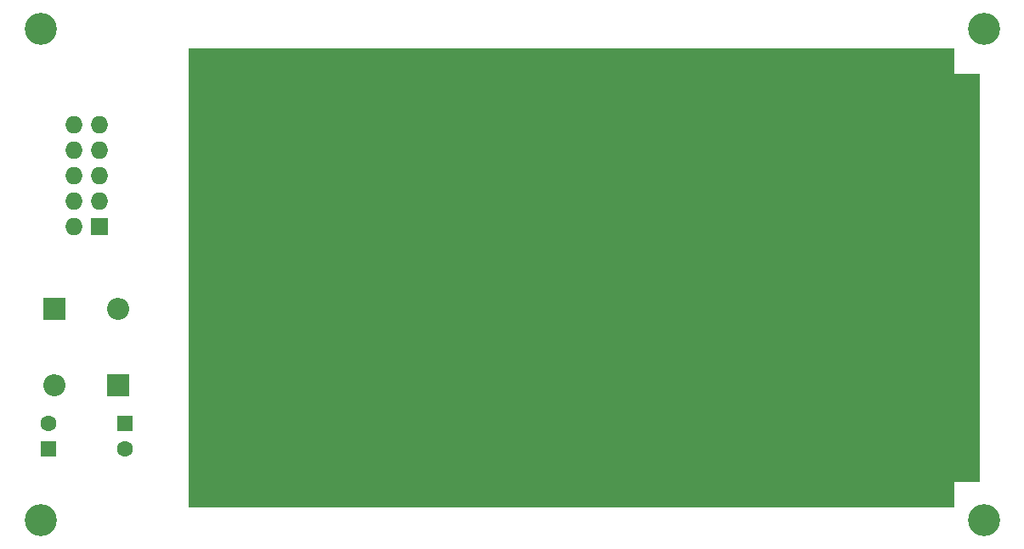
<source format=gbr>
G04 #@! TF.GenerationSoftware,KiCad,Pcbnew,5.1.10-88a1d61d58~90~ubuntu20.04.1*
G04 #@! TF.CreationDate,2021-08-07T14:05:23-04:00*
G04 #@! TF.ProjectId,kosmo_proto,6b6f736d-6f5f-4707-926f-746f2e6b6963,rev?*
G04 #@! TF.SameCoordinates,Original*
G04 #@! TF.FileFunction,Soldermask,Bot*
G04 #@! TF.FilePolarity,Negative*
%FSLAX46Y46*%
G04 Gerber Fmt 4.6, Leading zero omitted, Abs format (unit mm)*
G04 Created by KiCad (PCBNEW 5.1.10-88a1d61d58~90~ubuntu20.04.1) date 2021-08-07 14:05:23*
%MOMM*%
%LPD*%
G01*
G04 APERTURE LIST*
%ADD10C,0.100000*%
%ADD11C,3.200000*%
%ADD12C,1.600000*%
%ADD13R,1.600000X1.600000*%
%ADD14O,2.200000X2.200000*%
%ADD15R,2.200000X2.200000*%
%ADD16O,1.727200X1.727200*%
%ADD17R,1.727200X1.727200*%
%ADD18C,1.905000*%
G04 APERTURE END LIST*
D10*
G36*
X142240000Y-101600000D02*
G01*
X139700000Y-101600000D01*
X139700000Y-60960000D01*
X142240000Y-60960000D01*
X142240000Y-101600000D01*
G37*
X142240000Y-101600000D02*
X139700000Y-101600000D01*
X139700000Y-60960000D01*
X142240000Y-60960000D01*
X142240000Y-101600000D01*
G36*
X139700000Y-104165400D02*
G01*
X63512700Y-104165400D01*
X63512700Y-58445400D01*
X139700000Y-58420000D01*
X139700000Y-104165400D01*
G37*
X139700000Y-104165400D02*
X63512700Y-104165400D01*
X63512700Y-58445400D01*
X139700000Y-58420000D01*
X139700000Y-104165400D01*
D11*
X142750000Y-56500000D03*
D12*
X49530000Y-95885000D03*
D13*
X49530000Y-98385000D03*
D12*
X57150000Y-98385000D03*
D13*
X57150000Y-95885000D03*
D14*
X56515000Y-84455000D03*
D15*
X56515000Y-92075000D03*
D14*
X50165000Y-92075000D03*
D15*
X50165000Y-84455000D03*
D16*
X52070000Y-66040000D03*
X54610000Y-66040000D03*
X52070000Y-68580000D03*
X54610000Y-68580000D03*
X52070000Y-71120000D03*
X54610000Y-71120000D03*
X52070000Y-73660000D03*
X54610000Y-73660000D03*
X52070000Y-76200000D03*
D17*
X54610000Y-76200000D03*
D18*
X74917300Y-59664600D03*
X69837300Y-97764600D03*
X74917300Y-102844600D03*
X74917300Y-100304600D03*
X72377300Y-102844600D03*
X74917300Y-97764600D03*
X79997300Y-102844600D03*
X77457300Y-62204600D03*
X67297300Y-97764600D03*
X79997300Y-82524600D03*
X77457300Y-90144600D03*
X77457300Y-74904600D03*
X74917300Y-72364600D03*
X77457300Y-87604600D03*
X79997300Y-92684600D03*
X74917300Y-74904600D03*
X79997300Y-79984600D03*
X74917300Y-79984600D03*
X74917300Y-82524600D03*
X77457300Y-67284600D03*
X77457300Y-69824600D03*
X77457300Y-82524600D03*
X74917300Y-77444600D03*
X80010000Y-95250000D03*
X77457300Y-77444600D03*
X79997300Y-90144600D03*
X77457300Y-85064600D03*
X74917300Y-67284600D03*
X79997300Y-77444600D03*
X74917300Y-92684600D03*
X79997300Y-74904600D03*
X77457300Y-92684600D03*
X77470000Y-95250000D03*
X74917300Y-85064600D03*
X77457300Y-79984600D03*
X79997300Y-87604600D03*
X74917300Y-69824600D03*
X79997300Y-69824600D03*
X74917300Y-87604600D03*
X74930000Y-95250000D03*
X72377300Y-62204600D03*
X67297300Y-59664600D03*
X79997300Y-59664600D03*
X67297300Y-102844600D03*
X72377300Y-100304600D03*
X67297300Y-64744600D03*
X67297300Y-100304600D03*
X69837300Y-102844600D03*
X79997300Y-64744600D03*
X77457300Y-97764600D03*
X77457300Y-59664600D03*
X69837300Y-100304600D03*
X69837300Y-64744600D03*
X69837300Y-69824600D03*
X64757300Y-67284600D03*
X79997300Y-85064600D03*
X79997300Y-67284600D03*
X74917300Y-90144600D03*
X77457300Y-72364600D03*
X79997300Y-72364600D03*
X72377300Y-82524600D03*
X72377300Y-92684600D03*
X72377300Y-79984600D03*
X72390000Y-95250000D03*
X72377300Y-90144600D03*
X72377300Y-77444600D03*
X72377300Y-74904600D03*
X72377300Y-87604600D03*
X72377300Y-69824600D03*
X72377300Y-85064600D03*
X72377300Y-67284600D03*
X72377300Y-72364600D03*
X69837300Y-90144600D03*
X69837300Y-74904600D03*
X69837300Y-87604600D03*
X69837300Y-67284600D03*
X69837300Y-82524600D03*
X69837300Y-77444600D03*
X69837300Y-85064600D03*
X69837300Y-92684600D03*
X69850000Y-95250000D03*
X69837300Y-79984600D03*
X69837300Y-72364600D03*
X67297300Y-72364600D03*
X67297300Y-74904600D03*
X67297300Y-79984600D03*
X67297300Y-82524600D03*
X67297300Y-77444600D03*
X67297300Y-67284600D03*
X67297300Y-92684600D03*
X67297300Y-85064600D03*
X67297300Y-69824600D03*
X67297300Y-87604600D03*
X67310000Y-95250000D03*
X67297300Y-90144600D03*
X64757300Y-69824600D03*
X64757300Y-72364600D03*
X64757300Y-74904600D03*
X64757300Y-77444600D03*
X64757300Y-79984600D03*
X64757300Y-82524600D03*
X64757300Y-85064600D03*
X64757300Y-87604600D03*
X64757300Y-90144600D03*
X64757300Y-92684600D03*
X64770000Y-59690000D03*
X64770000Y-102870000D03*
X64770000Y-64770000D03*
X64770000Y-97790000D03*
X64770000Y-62230000D03*
X64770000Y-100330000D03*
D11*
X48750000Y-105500000D03*
X48750000Y-56500000D03*
D18*
X64770000Y-95250000D03*
X69837300Y-62204600D03*
X77457300Y-102844600D03*
X74917300Y-62204600D03*
X79997300Y-97764600D03*
X79997300Y-100304600D03*
X72377300Y-59664600D03*
X77457300Y-64744600D03*
X67297300Y-62204600D03*
X79997300Y-62204600D03*
X74917300Y-64744600D03*
X69837300Y-59664600D03*
X72377300Y-64744600D03*
X72377300Y-97764600D03*
X77457300Y-100304600D03*
X110477300Y-102844600D03*
X125717300Y-102844600D03*
X138417300Y-102844600D03*
X128257300Y-102844600D03*
X133337300Y-102844600D03*
X85077300Y-102844600D03*
X92697300Y-102844600D03*
X97777300Y-102844600D03*
X100317300Y-102844600D03*
X102857300Y-102844600D03*
X95237300Y-102844600D03*
X118097300Y-102844600D03*
X113017300Y-102844600D03*
X115557300Y-102844600D03*
X130797300Y-102844600D03*
X105397300Y-102844600D03*
X123177300Y-102844600D03*
X82537300Y-102844600D03*
X90157300Y-102844600D03*
X87617300Y-102844600D03*
X135877300Y-102844600D03*
X120637300Y-102844600D03*
X107937300Y-102844600D03*
X110477300Y-100304600D03*
X125717300Y-100304600D03*
X138417300Y-100304600D03*
X128257300Y-100304600D03*
X133337300Y-100304600D03*
X140957300Y-100304600D03*
X85077300Y-100304600D03*
X92697300Y-100304600D03*
X97777300Y-100304600D03*
X100317300Y-100304600D03*
X102857300Y-100304600D03*
X95237300Y-100304600D03*
X118097300Y-100304600D03*
X113017300Y-100304600D03*
X115557300Y-100304600D03*
X130797300Y-100304600D03*
X105397300Y-100304600D03*
X123177300Y-100304600D03*
X82537300Y-100304600D03*
X90157300Y-100304600D03*
X87617300Y-100304600D03*
X135877300Y-100304600D03*
X120637300Y-100304600D03*
X107937300Y-100304600D03*
X110477300Y-97764600D03*
X125717300Y-97764600D03*
X138417300Y-97764600D03*
X128257300Y-97764600D03*
X133337300Y-97764600D03*
X140957300Y-97764600D03*
X85077300Y-97764600D03*
X92697300Y-97764600D03*
X97777300Y-97764600D03*
X100317300Y-97764600D03*
X102857300Y-97764600D03*
X95237300Y-97764600D03*
X118097300Y-97764600D03*
X113017300Y-97764600D03*
X115557300Y-97764600D03*
X130797300Y-97764600D03*
X105397300Y-97764600D03*
X123177300Y-97764600D03*
X82537300Y-97764600D03*
X90157300Y-97764600D03*
X87617300Y-97764600D03*
X135877300Y-97764600D03*
X120637300Y-97764600D03*
X107937300Y-97764600D03*
X110477300Y-59664600D03*
X125717300Y-59664600D03*
X138417300Y-59664600D03*
X128257300Y-59664600D03*
X133337300Y-59664600D03*
X85077300Y-59664600D03*
X92697300Y-59664600D03*
X97777300Y-59664600D03*
X100317300Y-59664600D03*
X102857300Y-59664600D03*
X95237300Y-59664600D03*
X118097300Y-59664600D03*
X113017300Y-59664600D03*
X115557300Y-59664600D03*
X130797300Y-59664600D03*
X105397300Y-59664600D03*
X123177300Y-59664600D03*
X82537300Y-59664600D03*
X90157300Y-59664600D03*
X87617300Y-59664600D03*
X135877300Y-59664600D03*
X120637300Y-59664600D03*
X107937300Y-59664600D03*
X110477300Y-62204600D03*
X125717300Y-62204600D03*
X138417300Y-62204600D03*
X128257300Y-62204600D03*
X133337300Y-62204600D03*
X140957300Y-62204600D03*
X85077300Y-62204600D03*
X92697300Y-62204600D03*
X97777300Y-62204600D03*
X100317300Y-62204600D03*
X102857300Y-62204600D03*
X95237300Y-62204600D03*
X118097300Y-62204600D03*
X113017300Y-62204600D03*
X115557300Y-62204600D03*
X130797300Y-62204600D03*
X105397300Y-62204600D03*
X123177300Y-62204600D03*
X82537300Y-62204600D03*
X90157300Y-62204600D03*
X87617300Y-62204600D03*
X135877300Y-62204600D03*
X120637300Y-62204600D03*
X107937300Y-62204600D03*
X110477300Y-64744600D03*
X125717300Y-64744600D03*
X138417300Y-64744600D03*
X128257300Y-64744600D03*
X133337300Y-64744600D03*
X140957300Y-64744600D03*
X85077300Y-64744600D03*
X92697300Y-64744600D03*
X97777300Y-64744600D03*
X100317300Y-64744600D03*
X102857300Y-64744600D03*
X95237300Y-64744600D03*
X118097300Y-64744600D03*
X113017300Y-64744600D03*
X115557300Y-64744600D03*
X130797300Y-64744600D03*
X105397300Y-64744600D03*
X123177300Y-64744600D03*
X82537300Y-64744600D03*
X90157300Y-64744600D03*
X87617300Y-64744600D03*
X135877300Y-64744600D03*
X120637300Y-64744600D03*
X107937300Y-64744600D03*
X140957300Y-82524600D03*
X140957300Y-79984600D03*
X140957300Y-87604600D03*
X140957300Y-92684600D03*
X140957300Y-90144600D03*
X140957300Y-95224600D03*
X140957300Y-85064600D03*
X140957300Y-67284600D03*
X140957300Y-77444600D03*
X140957300Y-69824600D03*
X140957300Y-72364600D03*
X140957300Y-74904600D03*
X110477300Y-82524600D03*
X130797300Y-74904600D03*
X107937300Y-90144600D03*
X130797300Y-77444600D03*
X120637300Y-90144600D03*
X120637300Y-72364600D03*
X128257300Y-72364600D03*
X133337300Y-85064600D03*
X125717300Y-69824600D03*
X107937300Y-74904600D03*
X105397300Y-72364600D03*
X135877300Y-77444600D03*
X107937300Y-87604600D03*
X135877300Y-72364600D03*
X138417300Y-87604600D03*
X118097300Y-90144600D03*
X138417300Y-77444600D03*
X125717300Y-82524600D03*
X110477300Y-92684600D03*
X105397300Y-74904600D03*
X133337300Y-72364600D03*
X135877300Y-82524600D03*
X128257300Y-82524600D03*
X123177300Y-87604600D03*
X115557300Y-77444600D03*
X113017300Y-79984600D03*
X135877300Y-67284600D03*
X118097300Y-92684600D03*
X123177300Y-79984600D03*
X138417300Y-79984600D03*
X125717300Y-90144600D03*
X123177300Y-67284600D03*
X125717300Y-79984600D03*
X118097300Y-87604600D03*
X118097300Y-74904600D03*
X133337300Y-79984600D03*
X130797300Y-90144600D03*
X113030000Y-95250000D03*
X120637300Y-69824600D03*
X133337300Y-82524600D03*
X115557300Y-79984600D03*
X113017300Y-67284600D03*
X133337300Y-69824600D03*
X128257300Y-87604600D03*
X125717300Y-85064600D03*
X110477300Y-79984600D03*
X115570000Y-95250000D03*
X113017300Y-90144600D03*
X115557300Y-82524600D03*
X105397300Y-79984600D03*
X138417300Y-67284600D03*
X105397300Y-82524600D03*
X130797300Y-85064600D03*
X123190000Y-95250000D03*
X118097300Y-82524600D03*
X107937300Y-67284600D03*
X123177300Y-77444600D03*
X125730000Y-95250000D03*
X138417300Y-85064600D03*
X113017300Y-87604600D03*
X130797300Y-79984600D03*
X135877300Y-90144600D03*
X115557300Y-90144600D03*
X118097300Y-79984600D03*
X123177300Y-90144600D03*
X138417300Y-72364600D03*
X113017300Y-92684600D03*
X118097300Y-67284600D03*
X138417300Y-74904600D03*
X107937300Y-69824600D03*
X107937300Y-82524600D03*
X128257300Y-79984600D03*
X125717300Y-74904600D03*
X105397300Y-77444600D03*
X120637300Y-92684600D03*
X110490000Y-95250000D03*
X133337300Y-90144600D03*
X130797300Y-69824600D03*
X107937300Y-77444600D03*
X133337300Y-92684600D03*
X113017300Y-74904600D03*
X123177300Y-82524600D03*
X123177300Y-72364600D03*
X130797300Y-82524600D03*
X130797300Y-72364600D03*
X138430000Y-95250000D03*
X110477300Y-90144600D03*
X130797300Y-87604600D03*
X130810000Y-95250000D03*
X113017300Y-69824600D03*
X115557300Y-69824600D03*
X107937300Y-85064600D03*
X133337300Y-74904600D03*
X105397300Y-67284600D03*
X110477300Y-77444600D03*
X138417300Y-82524600D03*
X125717300Y-87604600D03*
X105397300Y-92684600D03*
X113017300Y-72364600D03*
X138417300Y-90144600D03*
X110477300Y-74904600D03*
X107937300Y-92684600D03*
X128257300Y-90144600D03*
X115557300Y-74904600D03*
X125717300Y-72364600D03*
X113017300Y-77444600D03*
X138417300Y-69824600D03*
X120637300Y-74904600D03*
X107950000Y-95250000D03*
X105397300Y-85064600D03*
X128257300Y-77444600D03*
X135877300Y-69824600D03*
X123177300Y-85064600D03*
X118097300Y-85064600D03*
X128257300Y-85064600D03*
X113017300Y-82524600D03*
X107937300Y-79984600D03*
X123177300Y-69824600D03*
X128270000Y-95250000D03*
X110477300Y-87604600D03*
X133350000Y-95250000D03*
X105397300Y-69824600D03*
X110477300Y-69824600D03*
X115557300Y-72364600D03*
X115557300Y-92684600D03*
X135877300Y-74904600D03*
X115557300Y-87604600D03*
X123177300Y-92684600D03*
X128257300Y-67284600D03*
X105397300Y-87604600D03*
X128257300Y-69824600D03*
X130797300Y-67284600D03*
X118097300Y-72364600D03*
X115557300Y-85064600D03*
X120637300Y-77444600D03*
X125717300Y-92684600D03*
X125717300Y-77444600D03*
X118097300Y-69824600D03*
X135877300Y-92684600D03*
X118097300Y-77444600D03*
X105410000Y-95250000D03*
X120637300Y-82524600D03*
X110477300Y-85064600D03*
X135877300Y-85064600D03*
X120637300Y-79984600D03*
X128257300Y-92684600D03*
X110477300Y-67284600D03*
X118110000Y-95250000D03*
X123177300Y-74904600D03*
X125717300Y-67284600D03*
X133337300Y-87604600D03*
X120637300Y-85064600D03*
X130797300Y-92684600D03*
X105397300Y-90144600D03*
X120650000Y-95250000D03*
X113017300Y-85064600D03*
X135877300Y-79984600D03*
X133337300Y-67284600D03*
X135877300Y-87604600D03*
X133337300Y-77444600D03*
X138417300Y-92684600D03*
X120637300Y-67284600D03*
X107937300Y-72364600D03*
X120637300Y-87604600D03*
X128257300Y-74904600D03*
X135890000Y-95250000D03*
X115557300Y-67284600D03*
X110477300Y-72364600D03*
X100317300Y-74904600D03*
X100317300Y-77444600D03*
X97777300Y-72364600D03*
X102857300Y-85064600D03*
X95237300Y-69824600D03*
X95237300Y-82524600D03*
X102857300Y-72364600D03*
X97777300Y-82524600D03*
X95237300Y-90144600D03*
X95237300Y-79984600D03*
X102857300Y-79984600D03*
X100317300Y-90144600D03*
X102857300Y-82524600D03*
X102857300Y-69824600D03*
X97777300Y-87604600D03*
X95237300Y-85064600D03*
X100317300Y-85064600D03*
X95250000Y-95250000D03*
X100317300Y-79984600D03*
X97777300Y-79984600D03*
X95237300Y-74904600D03*
X102857300Y-90144600D03*
X100317300Y-69824600D03*
X102857300Y-92684600D03*
X100317300Y-82524600D03*
X100317300Y-72364600D03*
X100317300Y-87604600D03*
X100330000Y-95250000D03*
X102857300Y-74904600D03*
X95237300Y-87604600D03*
X97777300Y-90144600D03*
X95237300Y-72364600D03*
X97777300Y-77444600D03*
X97777300Y-85064600D03*
X97790000Y-95250000D03*
X102870000Y-95250000D03*
X97777300Y-67284600D03*
X97777300Y-69824600D03*
X100317300Y-67284600D03*
X95237300Y-92684600D03*
X95237300Y-77444600D03*
X97777300Y-92684600D03*
X95237300Y-67284600D03*
X102857300Y-87604600D03*
X100317300Y-92684600D03*
X102857300Y-67284600D03*
X102857300Y-77444600D03*
X97777300Y-74904600D03*
X90157300Y-90144600D03*
X90157300Y-72364600D03*
X87617300Y-90144600D03*
X92697300Y-87604600D03*
X85077300Y-77444600D03*
X87617300Y-92684600D03*
X92697300Y-79984600D03*
X92697300Y-67284600D03*
X87617300Y-87604600D03*
X87617300Y-74904600D03*
X90157300Y-69824600D03*
X85077300Y-79984600D03*
X85090000Y-95250000D03*
X85077300Y-82524600D03*
X92710000Y-95250000D03*
X87617300Y-82524600D03*
X92697300Y-77444600D03*
X85077300Y-90144600D03*
X87617300Y-79984600D03*
X92697300Y-90144600D03*
X87617300Y-67284600D03*
X90157300Y-92684600D03*
X92697300Y-82524600D03*
X92697300Y-72364600D03*
X85077300Y-69824600D03*
X85077300Y-74904600D03*
X90157300Y-74904600D03*
X92697300Y-85064600D03*
X87617300Y-85064600D03*
X92697300Y-69824600D03*
X85077300Y-72364600D03*
X85077300Y-92684600D03*
X85077300Y-87604600D03*
X92697300Y-92684600D03*
X87617300Y-72364600D03*
X85077300Y-85064600D03*
X90157300Y-77444600D03*
X87617300Y-69824600D03*
X87617300Y-77444600D03*
X90157300Y-82524600D03*
X90157300Y-79984600D03*
X87630000Y-95250000D03*
X92697300Y-74904600D03*
X90157300Y-85064600D03*
X90170000Y-95250000D03*
X90157300Y-67284600D03*
X90157300Y-87604600D03*
X85077300Y-67284600D03*
X82537300Y-79984600D03*
X82550000Y-95250000D03*
X82537300Y-67284600D03*
X82537300Y-90144600D03*
X82537300Y-87604600D03*
X82537300Y-92684600D03*
X82537300Y-74904600D03*
X82537300Y-69824600D03*
X82537300Y-72364600D03*
X82537300Y-77444600D03*
X82537300Y-82524600D03*
X82537300Y-85064600D03*
D11*
X142750000Y-105500000D03*
M02*

</source>
